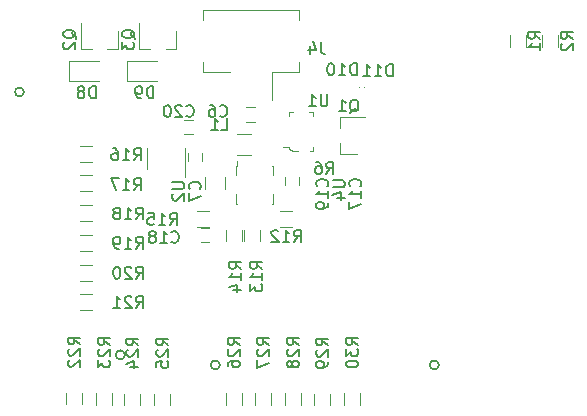
<source format=gbr>
G04 #@! TF.GenerationSoftware,KiCad,Pcbnew,(5.1.2)-1*
G04 #@! TF.CreationDate,2020-12-24T11:55:47-05:00*
G04 #@! TF.ProjectId,Glove PCB,476c6f76-6520-4504-9342-2e6b69636164,rev?*
G04 #@! TF.SameCoordinates,PX1312d00PYb80f240*
G04 #@! TF.FileFunction,Legend,Bot*
G04 #@! TF.FilePolarity,Positive*
%FSLAX46Y46*%
G04 Gerber Fmt 4.6, Leading zero omitted, Abs format (unit mm)*
G04 Created by KiCad (PCBNEW (5.1.2)-1) date 2020-12-24 11:55:47*
%MOMM*%
%LPD*%
G04 APERTURE LIST*
%ADD10C,0.120000*%
%ADD11C,0.152400*%
%ADD12C,0.100000*%
%ADD13C,0.150000*%
G04 APERTURE END LIST*
D10*
X12659000Y26239500D02*
X12659000Y23789500D01*
X9439000Y24439500D02*
X9439000Y26239500D01*
X22319500Y23041500D02*
X22319500Y23741500D01*
X21119500Y23741500D02*
X21119500Y23041500D01*
D11*
X7559000Y8686500D02*
G75*
G03X7559000Y8686500I-381000J0D01*
G01*
D10*
X7744000Y31876000D02*
X10294000Y31876000D01*
X7744000Y33576000D02*
X10294000Y33576000D01*
X7744000Y31876000D02*
X7744000Y33576000D01*
X16944500Y23888500D02*
X16944500Y24688500D01*
X16944500Y24688500D02*
X17044500Y24688500D01*
X16944500Y22288500D02*
X16944500Y21488500D01*
X16944500Y21488500D02*
X17044500Y21488500D01*
X20044500Y24688500D02*
X20144500Y24688500D01*
X20144500Y24688500D02*
X20144500Y23888500D01*
X20144500Y22288500D02*
X20144500Y21488500D01*
X20144500Y21488500D02*
X20044500Y21488500D01*
X17044500Y24688500D02*
X17044500Y25088500D01*
X26119500Y5456000D02*
X26119500Y4456000D01*
X27479500Y4456000D02*
X27479500Y5456000D01*
X23579500Y5413000D02*
X23579500Y4413000D01*
X24939500Y4413000D02*
X24939500Y5413000D01*
X21103000Y5456000D02*
X21103000Y4456000D01*
X22463000Y4456000D02*
X22463000Y5456000D01*
X18563000Y5456000D02*
X18563000Y4456000D01*
X19923000Y4456000D02*
X19923000Y5456000D01*
X16086500Y5456000D02*
X16086500Y4456000D01*
X17446500Y4456000D02*
X17446500Y5456000D01*
X10054000Y5413000D02*
X10054000Y4413000D01*
X11414000Y4413000D02*
X11414000Y5413000D01*
X7514000Y5413000D02*
X7514000Y4413000D01*
X8874000Y4413000D02*
X8874000Y5413000D01*
X5101000Y5456000D02*
X5101000Y4456000D01*
X6461000Y4456000D02*
X6461000Y5456000D01*
X2561000Y5497000D02*
X2561000Y4497000D01*
X3921000Y4497000D02*
X3921000Y5497000D01*
X4800000Y13848000D02*
X3800000Y13848000D01*
X3800000Y12488000D02*
X4800000Y12488000D01*
X4800000Y16324500D02*
X3800000Y16324500D01*
X3800000Y14964500D02*
X4800000Y14964500D01*
X4800000Y18864500D02*
X3800000Y18864500D01*
X3800000Y17504500D02*
X4800000Y17504500D01*
X4800000Y21341000D02*
X3800000Y21341000D01*
X3800000Y19981000D02*
X4800000Y19981000D01*
X4757000Y23881000D02*
X3757000Y23881000D01*
X3757000Y22521000D02*
X4757000Y22521000D01*
X4800000Y26357500D02*
X3800000Y26357500D01*
X3800000Y24997500D02*
X4800000Y24997500D01*
X13706000Y19536500D02*
X14706000Y19536500D01*
X14706000Y20896500D02*
X13706000Y20896500D01*
X17510000Y18299000D02*
X17510000Y19299000D01*
X16150000Y19299000D02*
X16150000Y18299000D01*
X17610500Y19299000D02*
X17610500Y18299000D01*
X18970500Y18299000D02*
X18970500Y19299000D01*
X21732000Y20833000D02*
X20732000Y20833000D01*
X20732000Y19473000D02*
X21732000Y19473000D01*
X42883500Y35762500D02*
X42883500Y34762500D01*
X44243500Y34762500D02*
X44243500Y35762500D01*
X40153000Y35776000D02*
X40153000Y34776000D01*
X41513000Y34776000D02*
X41513000Y35776000D01*
X17039000Y25623000D02*
X18239000Y25623000D01*
X18239000Y27383000D02*
X17039000Y27383000D01*
X12606500Y27363500D02*
X13306500Y27363500D01*
X13306500Y28563500D02*
X12606500Y28563500D01*
X16029000Y23721000D02*
X16029000Y22721000D01*
X14329000Y22721000D02*
X14329000Y23721000D01*
X14006000Y18219500D02*
X14706000Y18219500D01*
X14706000Y19419500D02*
X14006000Y19419500D01*
D11*
X34138500Y7834000D02*
G75*
G03X34138500Y7834000I-381000J0D01*
G01*
X-986500Y30948000D02*
G75*
G03X-986500Y30948000I-381000J0D01*
G01*
X15596500Y7834000D02*
G75*
G03X15596500Y7834000I-381000J0D01*
G01*
D10*
X18550000Y29646000D02*
X17850000Y29646000D01*
X17850000Y28446000D02*
X18550000Y28446000D01*
X12928000Y25773500D02*
X12928000Y25073500D01*
X14128000Y25073500D02*
X14128000Y25773500D01*
X14165000Y37860000D02*
X14165000Y37010000D01*
X22335000Y37860000D02*
X14165000Y37860000D01*
X22335000Y37010000D02*
X22335000Y37860000D01*
X14165000Y32640000D02*
X16490000Y32640000D01*
X14165000Y33490000D02*
X14165000Y32640000D01*
X20010000Y32640000D02*
X20010000Y30250000D01*
X22335000Y32640000D02*
X20010000Y32640000D01*
X22335000Y33490000D02*
X22335000Y32640000D01*
X25740000Y25670000D02*
X25740000Y26600000D01*
X25740000Y28830000D02*
X25740000Y27900000D01*
X25740000Y28830000D02*
X27900000Y28830000D01*
X25740000Y25670000D02*
X27200000Y25670000D01*
X6980000Y34617000D02*
X6050000Y34617000D01*
X3820000Y34617000D02*
X4750000Y34617000D01*
X3820000Y34617000D02*
X3820000Y36777000D01*
X6980000Y34617000D02*
X6980000Y36077000D01*
X11933000Y34617000D02*
X11003000Y34617000D01*
X8773000Y34617000D02*
X9703000Y34617000D01*
X8773000Y34617000D02*
X8773000Y36777000D01*
X11933000Y34617000D02*
X11933000Y36077000D01*
D12*
X21823000Y25930000D02*
X22198000Y25930000D01*
X21498000Y26255000D02*
X20973000Y26255000D01*
X21498000Y26155000D02*
X21498000Y26255000D01*
X21823000Y25930000D02*
X21498000Y26155000D01*
X23498000Y29230000D02*
X23173000Y29230000D01*
X23498000Y28930000D02*
X23498000Y29230000D01*
X21498000Y29230000D02*
X21798000Y29230000D01*
X21498000Y28905000D02*
X21498000Y29230000D01*
X23498000Y25930000D02*
X23198000Y25930000D01*
X23498000Y26255000D02*
X23498000Y25930000D01*
D10*
X2850000Y31876000D02*
X5400000Y31876000D01*
X2850000Y33576000D02*
X5400000Y33576000D01*
X2850000Y31876000D02*
X2850000Y33576000D01*
D12*
X27834500Y31329000D02*
G75*
G03X27834500Y31329000I-50000J0D01*
G01*
X27466501Y31329000D02*
G75*
G03X27466501Y31329000I-50000J0D01*
G01*
D13*
X11583380Y23327905D02*
X12392904Y23327905D01*
X12488142Y23280286D01*
X12535761Y23232667D01*
X12583380Y23137429D01*
X12583380Y22946953D01*
X12535761Y22851715D01*
X12488142Y22804096D01*
X12392904Y22756477D01*
X11583380Y22756477D01*
X11678619Y22327905D02*
X11631000Y22280286D01*
X11583380Y22185048D01*
X11583380Y21946953D01*
X11631000Y21851715D01*
X11678619Y21804096D01*
X11773857Y21756477D01*
X11869095Y21756477D01*
X12011952Y21804096D01*
X12583380Y22375524D01*
X12583380Y21756477D01*
X27474142Y22954858D02*
X27521761Y23002477D01*
X27569380Y23145334D01*
X27569380Y23240572D01*
X27521761Y23383429D01*
X27426523Y23478667D01*
X27331285Y23526286D01*
X27140809Y23573905D01*
X26997952Y23573905D01*
X26807476Y23526286D01*
X26712238Y23478667D01*
X26617000Y23383429D01*
X26569380Y23240572D01*
X26569380Y23145334D01*
X26617000Y23002477D01*
X26664619Y22954858D01*
X27569380Y22002477D02*
X27569380Y22573905D01*
X27569380Y22288191D02*
X26569380Y22288191D01*
X26712238Y22383429D01*
X26807476Y22478667D01*
X26855095Y22573905D01*
X26569380Y21669143D02*
X26569380Y21002477D01*
X27569380Y21431048D01*
X9982095Y30423620D02*
X9982095Y31423620D01*
X9744000Y31423620D01*
X9601142Y31376000D01*
X9505904Y31280762D01*
X9458285Y31185524D01*
X9410666Y30995048D01*
X9410666Y30852191D01*
X9458285Y30661715D01*
X9505904Y30566477D01*
X9601142Y30471239D01*
X9744000Y30423620D01*
X9982095Y30423620D01*
X8934476Y30423620D02*
X8744000Y30423620D01*
X8648761Y30471239D01*
X8601142Y30518858D01*
X8505904Y30661715D01*
X8458285Y30852191D01*
X8458285Y31233143D01*
X8505904Y31328381D01*
X8553523Y31376000D01*
X8648761Y31423620D01*
X8839238Y31423620D01*
X8934476Y31376000D01*
X8982095Y31328381D01*
X9029714Y31233143D01*
X9029714Y30995048D01*
X8982095Y30899810D01*
X8934476Y30852191D01*
X8839238Y30804572D01*
X8648761Y30804572D01*
X8553523Y30852191D01*
X8505904Y30899810D01*
X8458285Y30995048D01*
X25172380Y23454905D02*
X25981904Y23454905D01*
X26077142Y23407286D01*
X26124761Y23359667D01*
X26172380Y23264429D01*
X26172380Y23073953D01*
X26124761Y22978715D01*
X26077142Y22931096D01*
X25981904Y22883477D01*
X25172380Y22883477D01*
X25505714Y21978715D02*
X26172380Y21978715D01*
X25124761Y22216810D02*
X25839047Y22454905D01*
X25839047Y21835858D01*
X27304880Y9535858D02*
X26828690Y9869191D01*
X27304880Y10107286D02*
X26304880Y10107286D01*
X26304880Y9726334D01*
X26352500Y9631096D01*
X26400119Y9583477D01*
X26495357Y9535858D01*
X26638214Y9535858D01*
X26733452Y9583477D01*
X26781071Y9631096D01*
X26828690Y9726334D01*
X26828690Y10107286D01*
X26304880Y9202524D02*
X26304880Y8583477D01*
X26685833Y8916810D01*
X26685833Y8773953D01*
X26733452Y8678715D01*
X26781071Y8631096D01*
X26876309Y8583477D01*
X27114404Y8583477D01*
X27209642Y8631096D01*
X27257261Y8678715D01*
X27304880Y8773953D01*
X27304880Y9059667D01*
X27257261Y9154905D01*
X27209642Y9202524D01*
X26304880Y7964429D02*
X26304880Y7869191D01*
X26352500Y7773953D01*
X26400119Y7726334D01*
X26495357Y7678715D01*
X26685833Y7631096D01*
X26923928Y7631096D01*
X27114404Y7678715D01*
X27209642Y7726334D01*
X27257261Y7773953D01*
X27304880Y7869191D01*
X27304880Y7964429D01*
X27257261Y8059667D01*
X27209642Y8107286D01*
X27114404Y8154905D01*
X26923928Y8202524D01*
X26685833Y8202524D01*
X26495357Y8154905D01*
X26400119Y8107286D01*
X26352500Y8059667D01*
X26304880Y7964429D01*
X24764880Y9492858D02*
X24288690Y9826191D01*
X24764880Y10064286D02*
X23764880Y10064286D01*
X23764880Y9683334D01*
X23812500Y9588096D01*
X23860119Y9540477D01*
X23955357Y9492858D01*
X24098214Y9492858D01*
X24193452Y9540477D01*
X24241071Y9588096D01*
X24288690Y9683334D01*
X24288690Y10064286D01*
X23860119Y9111905D02*
X23812500Y9064286D01*
X23764880Y8969048D01*
X23764880Y8730953D01*
X23812500Y8635715D01*
X23860119Y8588096D01*
X23955357Y8540477D01*
X24050595Y8540477D01*
X24193452Y8588096D01*
X24764880Y9159524D01*
X24764880Y8540477D01*
X24764880Y8064286D02*
X24764880Y7873810D01*
X24717261Y7778572D01*
X24669642Y7730953D01*
X24526785Y7635715D01*
X24336309Y7588096D01*
X23955357Y7588096D01*
X23860119Y7635715D01*
X23812500Y7683334D01*
X23764880Y7778572D01*
X23764880Y7969048D01*
X23812500Y8064286D01*
X23860119Y8111905D01*
X23955357Y8159524D01*
X24193452Y8159524D01*
X24288690Y8111905D01*
X24336309Y8064286D01*
X24383928Y7969048D01*
X24383928Y7778572D01*
X24336309Y7683334D01*
X24288690Y7635715D01*
X24193452Y7588096D01*
X22288380Y9535858D02*
X21812190Y9869191D01*
X22288380Y10107286D02*
X21288380Y10107286D01*
X21288380Y9726334D01*
X21336000Y9631096D01*
X21383619Y9583477D01*
X21478857Y9535858D01*
X21621714Y9535858D01*
X21716952Y9583477D01*
X21764571Y9631096D01*
X21812190Y9726334D01*
X21812190Y10107286D01*
X21383619Y9154905D02*
X21336000Y9107286D01*
X21288380Y9012048D01*
X21288380Y8773953D01*
X21336000Y8678715D01*
X21383619Y8631096D01*
X21478857Y8583477D01*
X21574095Y8583477D01*
X21716952Y8631096D01*
X22288380Y9202524D01*
X22288380Y8583477D01*
X21716952Y8012048D02*
X21669333Y8107286D01*
X21621714Y8154905D01*
X21526476Y8202524D01*
X21478857Y8202524D01*
X21383619Y8154905D01*
X21336000Y8107286D01*
X21288380Y8012048D01*
X21288380Y7821572D01*
X21336000Y7726334D01*
X21383619Y7678715D01*
X21478857Y7631096D01*
X21526476Y7631096D01*
X21621714Y7678715D01*
X21669333Y7726334D01*
X21716952Y7821572D01*
X21716952Y8012048D01*
X21764571Y8107286D01*
X21812190Y8154905D01*
X21907428Y8202524D01*
X22097904Y8202524D01*
X22193142Y8154905D01*
X22240761Y8107286D01*
X22288380Y8012048D01*
X22288380Y7821572D01*
X22240761Y7726334D01*
X22193142Y7678715D01*
X22097904Y7631096D01*
X21907428Y7631096D01*
X21812190Y7678715D01*
X21764571Y7726334D01*
X21716952Y7821572D01*
X19748380Y9535858D02*
X19272190Y9869191D01*
X19748380Y10107286D02*
X18748380Y10107286D01*
X18748380Y9726334D01*
X18796000Y9631096D01*
X18843619Y9583477D01*
X18938857Y9535858D01*
X19081714Y9535858D01*
X19176952Y9583477D01*
X19224571Y9631096D01*
X19272190Y9726334D01*
X19272190Y10107286D01*
X18843619Y9154905D02*
X18796000Y9107286D01*
X18748380Y9012048D01*
X18748380Y8773953D01*
X18796000Y8678715D01*
X18843619Y8631096D01*
X18938857Y8583477D01*
X19034095Y8583477D01*
X19176952Y8631096D01*
X19748380Y9202524D01*
X19748380Y8583477D01*
X18748380Y8250143D02*
X18748380Y7583477D01*
X19748380Y8012048D01*
X17271880Y9535858D02*
X16795690Y9869191D01*
X17271880Y10107286D02*
X16271880Y10107286D01*
X16271880Y9726334D01*
X16319500Y9631096D01*
X16367119Y9583477D01*
X16462357Y9535858D01*
X16605214Y9535858D01*
X16700452Y9583477D01*
X16748071Y9631096D01*
X16795690Y9726334D01*
X16795690Y10107286D01*
X16367119Y9154905D02*
X16319500Y9107286D01*
X16271880Y9012048D01*
X16271880Y8773953D01*
X16319500Y8678715D01*
X16367119Y8631096D01*
X16462357Y8583477D01*
X16557595Y8583477D01*
X16700452Y8631096D01*
X17271880Y9202524D01*
X17271880Y8583477D01*
X16271880Y7726334D02*
X16271880Y7916810D01*
X16319500Y8012048D01*
X16367119Y8059667D01*
X16509976Y8154905D01*
X16700452Y8202524D01*
X17081404Y8202524D01*
X17176642Y8154905D01*
X17224261Y8107286D01*
X17271880Y8012048D01*
X17271880Y7821572D01*
X17224261Y7726334D01*
X17176642Y7678715D01*
X17081404Y7631096D01*
X16843309Y7631096D01*
X16748071Y7678715D01*
X16700452Y7726334D01*
X16652833Y7821572D01*
X16652833Y8012048D01*
X16700452Y8107286D01*
X16748071Y8154905D01*
X16843309Y8202524D01*
X11239380Y9492858D02*
X10763190Y9826191D01*
X11239380Y10064286D02*
X10239380Y10064286D01*
X10239380Y9683334D01*
X10287000Y9588096D01*
X10334619Y9540477D01*
X10429857Y9492858D01*
X10572714Y9492858D01*
X10667952Y9540477D01*
X10715571Y9588096D01*
X10763190Y9683334D01*
X10763190Y10064286D01*
X10334619Y9111905D02*
X10287000Y9064286D01*
X10239380Y8969048D01*
X10239380Y8730953D01*
X10287000Y8635715D01*
X10334619Y8588096D01*
X10429857Y8540477D01*
X10525095Y8540477D01*
X10667952Y8588096D01*
X11239380Y9159524D01*
X11239380Y8540477D01*
X10239380Y7635715D02*
X10239380Y8111905D01*
X10715571Y8159524D01*
X10667952Y8111905D01*
X10620333Y8016667D01*
X10620333Y7778572D01*
X10667952Y7683334D01*
X10715571Y7635715D01*
X10810809Y7588096D01*
X11048904Y7588096D01*
X11144142Y7635715D01*
X11191761Y7683334D01*
X11239380Y7778572D01*
X11239380Y8016667D01*
X11191761Y8111905D01*
X11144142Y8159524D01*
X8699380Y9492858D02*
X8223190Y9826191D01*
X8699380Y10064286D02*
X7699380Y10064286D01*
X7699380Y9683334D01*
X7747000Y9588096D01*
X7794619Y9540477D01*
X7889857Y9492858D01*
X8032714Y9492858D01*
X8127952Y9540477D01*
X8175571Y9588096D01*
X8223190Y9683334D01*
X8223190Y10064286D01*
X7794619Y9111905D02*
X7747000Y9064286D01*
X7699380Y8969048D01*
X7699380Y8730953D01*
X7747000Y8635715D01*
X7794619Y8588096D01*
X7889857Y8540477D01*
X7985095Y8540477D01*
X8127952Y8588096D01*
X8699380Y9159524D01*
X8699380Y8540477D01*
X8032714Y7683334D02*
X8699380Y7683334D01*
X7651761Y7921429D02*
X8366047Y8159524D01*
X8366047Y7540477D01*
X6286380Y9535858D02*
X5810190Y9869191D01*
X6286380Y10107286D02*
X5286380Y10107286D01*
X5286380Y9726334D01*
X5334000Y9631096D01*
X5381619Y9583477D01*
X5476857Y9535858D01*
X5619714Y9535858D01*
X5714952Y9583477D01*
X5762571Y9631096D01*
X5810190Y9726334D01*
X5810190Y10107286D01*
X5381619Y9154905D02*
X5334000Y9107286D01*
X5286380Y9012048D01*
X5286380Y8773953D01*
X5334000Y8678715D01*
X5381619Y8631096D01*
X5476857Y8583477D01*
X5572095Y8583477D01*
X5714952Y8631096D01*
X6286380Y9202524D01*
X6286380Y8583477D01*
X5286380Y8250143D02*
X5286380Y7631096D01*
X5667333Y7964429D01*
X5667333Y7821572D01*
X5714952Y7726334D01*
X5762571Y7678715D01*
X5857809Y7631096D01*
X6095904Y7631096D01*
X6191142Y7678715D01*
X6238761Y7726334D01*
X6286380Y7821572D01*
X6286380Y8107286D01*
X6238761Y8202524D01*
X6191142Y8250143D01*
X3746380Y9576858D02*
X3270190Y9910191D01*
X3746380Y10148286D02*
X2746380Y10148286D01*
X2746380Y9767334D01*
X2794000Y9672096D01*
X2841619Y9624477D01*
X2936857Y9576858D01*
X3079714Y9576858D01*
X3174952Y9624477D01*
X3222571Y9672096D01*
X3270190Y9767334D01*
X3270190Y10148286D01*
X2841619Y9195905D02*
X2794000Y9148286D01*
X2746380Y9053048D01*
X2746380Y8814953D01*
X2794000Y8719715D01*
X2841619Y8672096D01*
X2936857Y8624477D01*
X3032095Y8624477D01*
X3174952Y8672096D01*
X3746380Y9243524D01*
X3746380Y8624477D01*
X2841619Y8243524D02*
X2794000Y8195905D01*
X2746380Y8100667D01*
X2746380Y7862572D01*
X2794000Y7767334D01*
X2841619Y7719715D01*
X2936857Y7672096D01*
X3032095Y7672096D01*
X3174952Y7719715D01*
X3746380Y8291143D01*
X3746380Y7672096D01*
X8498857Y12662620D02*
X8832190Y13138810D01*
X9070285Y12662620D02*
X9070285Y13662620D01*
X8689333Y13662620D01*
X8594095Y13615000D01*
X8546476Y13567381D01*
X8498857Y13472143D01*
X8498857Y13329286D01*
X8546476Y13234048D01*
X8594095Y13186429D01*
X8689333Y13138810D01*
X9070285Y13138810D01*
X8117904Y13567381D02*
X8070285Y13615000D01*
X7975047Y13662620D01*
X7736952Y13662620D01*
X7641714Y13615000D01*
X7594095Y13567381D01*
X7546476Y13472143D01*
X7546476Y13376905D01*
X7594095Y13234048D01*
X8165523Y12662620D01*
X7546476Y12662620D01*
X6594095Y12662620D02*
X7165523Y12662620D01*
X6879809Y12662620D02*
X6879809Y13662620D01*
X6975047Y13519762D01*
X7070285Y13424524D01*
X7165523Y13376905D01*
X8498857Y15139120D02*
X8832190Y15615310D01*
X9070285Y15139120D02*
X9070285Y16139120D01*
X8689333Y16139120D01*
X8594095Y16091500D01*
X8546476Y16043881D01*
X8498857Y15948643D01*
X8498857Y15805786D01*
X8546476Y15710548D01*
X8594095Y15662929D01*
X8689333Y15615310D01*
X9070285Y15615310D01*
X8117904Y16043881D02*
X8070285Y16091500D01*
X7975047Y16139120D01*
X7736952Y16139120D01*
X7641714Y16091500D01*
X7594095Y16043881D01*
X7546476Y15948643D01*
X7546476Y15853405D01*
X7594095Y15710548D01*
X8165523Y15139120D01*
X7546476Y15139120D01*
X6927428Y16139120D02*
X6832190Y16139120D01*
X6736952Y16091500D01*
X6689333Y16043881D01*
X6641714Y15948643D01*
X6594095Y15758167D01*
X6594095Y15520072D01*
X6641714Y15329596D01*
X6689333Y15234358D01*
X6736952Y15186739D01*
X6832190Y15139120D01*
X6927428Y15139120D01*
X7022666Y15186739D01*
X7070285Y15234358D01*
X7117904Y15329596D01*
X7165523Y15520072D01*
X7165523Y15758167D01*
X7117904Y15948643D01*
X7070285Y16043881D01*
X7022666Y16091500D01*
X6927428Y16139120D01*
X8498857Y17679120D02*
X8832190Y18155310D01*
X9070285Y17679120D02*
X9070285Y18679120D01*
X8689333Y18679120D01*
X8594095Y18631500D01*
X8546476Y18583881D01*
X8498857Y18488643D01*
X8498857Y18345786D01*
X8546476Y18250548D01*
X8594095Y18202929D01*
X8689333Y18155310D01*
X9070285Y18155310D01*
X7546476Y17679120D02*
X8117904Y17679120D01*
X7832190Y17679120D02*
X7832190Y18679120D01*
X7927428Y18536262D01*
X8022666Y18441024D01*
X8117904Y18393405D01*
X7070285Y17679120D02*
X6879809Y17679120D01*
X6784571Y17726739D01*
X6736952Y17774358D01*
X6641714Y17917215D01*
X6594095Y18107691D01*
X6594095Y18488643D01*
X6641714Y18583881D01*
X6689333Y18631500D01*
X6784571Y18679120D01*
X6975047Y18679120D01*
X7070285Y18631500D01*
X7117904Y18583881D01*
X7165523Y18488643D01*
X7165523Y18250548D01*
X7117904Y18155310D01*
X7070285Y18107691D01*
X6975047Y18060072D01*
X6784571Y18060072D01*
X6689333Y18107691D01*
X6641714Y18155310D01*
X6594095Y18250548D01*
X8498857Y20155620D02*
X8832190Y20631810D01*
X9070285Y20155620D02*
X9070285Y21155620D01*
X8689333Y21155620D01*
X8594095Y21108000D01*
X8546476Y21060381D01*
X8498857Y20965143D01*
X8498857Y20822286D01*
X8546476Y20727048D01*
X8594095Y20679429D01*
X8689333Y20631810D01*
X9070285Y20631810D01*
X7546476Y20155620D02*
X8117904Y20155620D01*
X7832190Y20155620D02*
X7832190Y21155620D01*
X7927428Y21012762D01*
X8022666Y20917524D01*
X8117904Y20869905D01*
X6975047Y20727048D02*
X7070285Y20774667D01*
X7117904Y20822286D01*
X7165523Y20917524D01*
X7165523Y20965143D01*
X7117904Y21060381D01*
X7070285Y21108000D01*
X6975047Y21155620D01*
X6784571Y21155620D01*
X6689333Y21108000D01*
X6641714Y21060381D01*
X6594095Y20965143D01*
X6594095Y20917524D01*
X6641714Y20822286D01*
X6689333Y20774667D01*
X6784571Y20727048D01*
X6975047Y20727048D01*
X7070285Y20679429D01*
X7117904Y20631810D01*
X7165523Y20536572D01*
X7165523Y20346096D01*
X7117904Y20250858D01*
X7070285Y20203239D01*
X6975047Y20155620D01*
X6784571Y20155620D01*
X6689333Y20203239D01*
X6641714Y20250858D01*
X6594095Y20346096D01*
X6594095Y20536572D01*
X6641714Y20631810D01*
X6689333Y20679429D01*
X6784571Y20727048D01*
X8328857Y22621620D02*
X8662190Y23097810D01*
X8900285Y22621620D02*
X8900285Y23621620D01*
X8519333Y23621620D01*
X8424095Y23574000D01*
X8376476Y23526381D01*
X8328857Y23431143D01*
X8328857Y23288286D01*
X8376476Y23193048D01*
X8424095Y23145429D01*
X8519333Y23097810D01*
X8900285Y23097810D01*
X7376476Y22621620D02*
X7947904Y22621620D01*
X7662190Y22621620D02*
X7662190Y23621620D01*
X7757428Y23478762D01*
X7852666Y23383524D01*
X7947904Y23335905D01*
X7043142Y23621620D02*
X6376476Y23621620D01*
X6805047Y22621620D01*
X8328857Y25161620D02*
X8662190Y25637810D01*
X8900285Y25161620D02*
X8900285Y26161620D01*
X8519333Y26161620D01*
X8424095Y26114000D01*
X8376476Y26066381D01*
X8328857Y25971143D01*
X8328857Y25828286D01*
X8376476Y25733048D01*
X8424095Y25685429D01*
X8519333Y25637810D01*
X8900285Y25637810D01*
X7376476Y25161620D02*
X7947904Y25161620D01*
X7662190Y25161620D02*
X7662190Y26161620D01*
X7757428Y26018762D01*
X7852666Y25923524D01*
X7947904Y25875905D01*
X6519333Y26161620D02*
X6709809Y26161620D01*
X6805047Y26114000D01*
X6852666Y26066381D01*
X6947904Y25923524D01*
X6995523Y25733048D01*
X6995523Y25352096D01*
X6947904Y25256858D01*
X6900285Y25209239D01*
X6805047Y25161620D01*
X6614571Y25161620D01*
X6519333Y25209239D01*
X6471714Y25256858D01*
X6424095Y25352096D01*
X6424095Y25590191D01*
X6471714Y25685429D01*
X6519333Y25733048D01*
X6614571Y25780667D01*
X6805047Y25780667D01*
X6900285Y25733048D01*
X6947904Y25685429D01*
X6995523Y25590191D01*
X11376857Y19700620D02*
X11710190Y20176810D01*
X11948285Y19700620D02*
X11948285Y20700620D01*
X11567333Y20700620D01*
X11472095Y20653000D01*
X11424476Y20605381D01*
X11376857Y20510143D01*
X11376857Y20367286D01*
X11424476Y20272048D01*
X11472095Y20224429D01*
X11567333Y20176810D01*
X11948285Y20176810D01*
X10424476Y19700620D02*
X10995904Y19700620D01*
X10710190Y19700620D02*
X10710190Y20700620D01*
X10805428Y20557762D01*
X10900666Y20462524D01*
X10995904Y20414905D01*
X9519714Y20700620D02*
X9995904Y20700620D01*
X10043523Y20224429D01*
X9995904Y20272048D01*
X9900666Y20319667D01*
X9662571Y20319667D01*
X9567333Y20272048D01*
X9519714Y20224429D01*
X9472095Y20129191D01*
X9472095Y19891096D01*
X9519714Y19795858D01*
X9567333Y19748239D01*
X9662571Y19700620D01*
X9900666Y19700620D01*
X9995904Y19748239D01*
X10043523Y19795858D01*
X17409380Y15969858D02*
X16933190Y16303191D01*
X17409380Y16541286D02*
X16409380Y16541286D01*
X16409380Y16160334D01*
X16457000Y16065096D01*
X16504619Y16017477D01*
X16599857Y15969858D01*
X16742714Y15969858D01*
X16837952Y16017477D01*
X16885571Y16065096D01*
X16933190Y16160334D01*
X16933190Y16541286D01*
X17409380Y15017477D02*
X17409380Y15588905D01*
X17409380Y15303191D02*
X16409380Y15303191D01*
X16552238Y15398429D01*
X16647476Y15493667D01*
X16695095Y15588905D01*
X16742714Y14160334D02*
X17409380Y14160334D01*
X16361761Y14398429D02*
X17076047Y14636524D01*
X17076047Y14017477D01*
X19187380Y15969858D02*
X18711190Y16303191D01*
X19187380Y16541286D02*
X18187380Y16541286D01*
X18187380Y16160334D01*
X18235000Y16065096D01*
X18282619Y16017477D01*
X18377857Y15969858D01*
X18520714Y15969858D01*
X18615952Y16017477D01*
X18663571Y16065096D01*
X18711190Y16160334D01*
X18711190Y16541286D01*
X19187380Y15017477D02*
X19187380Y15588905D01*
X19187380Y15303191D02*
X18187380Y15303191D01*
X18330238Y15398429D01*
X18425476Y15493667D01*
X18473095Y15588905D01*
X18187380Y14684143D02*
X18187380Y14065096D01*
X18568333Y14398429D01*
X18568333Y14255572D01*
X18615952Y14160334D01*
X18663571Y14112715D01*
X18758809Y14065096D01*
X18996904Y14065096D01*
X19092142Y14112715D01*
X19139761Y14160334D01*
X19187380Y14255572D01*
X19187380Y14541286D01*
X19139761Y14636524D01*
X19092142Y14684143D01*
X21874857Y18250620D02*
X22208190Y18726810D01*
X22446285Y18250620D02*
X22446285Y19250620D01*
X22065333Y19250620D01*
X21970095Y19203000D01*
X21922476Y19155381D01*
X21874857Y19060143D01*
X21874857Y18917286D01*
X21922476Y18822048D01*
X21970095Y18774429D01*
X22065333Y18726810D01*
X22446285Y18726810D01*
X20922476Y18250620D02*
X21493904Y18250620D01*
X21208190Y18250620D02*
X21208190Y19250620D01*
X21303428Y19107762D01*
X21398666Y19012524D01*
X21493904Y18964905D01*
X20541523Y19155381D02*
X20493904Y19203000D01*
X20398666Y19250620D01*
X20160571Y19250620D01*
X20065333Y19203000D01*
X20017714Y19155381D01*
X19970095Y19060143D01*
X19970095Y18964905D01*
X20017714Y18822048D01*
X20589142Y18250620D01*
X19970095Y18250620D01*
X45465880Y35429167D02*
X44989690Y35762500D01*
X45465880Y36000596D02*
X44465880Y36000596D01*
X44465880Y35619643D01*
X44513500Y35524405D01*
X44561119Y35476786D01*
X44656357Y35429167D01*
X44799214Y35429167D01*
X44894452Y35476786D01*
X44942071Y35524405D01*
X44989690Y35619643D01*
X44989690Y36000596D01*
X44561119Y35048215D02*
X44513500Y35000596D01*
X44465880Y34905358D01*
X44465880Y34667262D01*
X44513500Y34572024D01*
X44561119Y34524405D01*
X44656357Y34476786D01*
X44751595Y34476786D01*
X44894452Y34524405D01*
X45465880Y35095834D01*
X45465880Y34476786D01*
X42735380Y35442667D02*
X42259190Y35776000D01*
X42735380Y36014096D02*
X41735380Y36014096D01*
X41735380Y35633143D01*
X41783000Y35537905D01*
X41830619Y35490286D01*
X41925857Y35442667D01*
X42068714Y35442667D01*
X42163952Y35490286D01*
X42211571Y35537905D01*
X42259190Y35633143D01*
X42259190Y36014096D01*
X42735380Y34490286D02*
X42735380Y35061715D01*
X42735380Y34776000D02*
X41735380Y34776000D01*
X41878238Y34871239D01*
X41973476Y34966477D01*
X42021095Y35061715D01*
X15726666Y27701620D02*
X16202857Y27701620D01*
X16202857Y28701620D01*
X14869523Y27701620D02*
X15440952Y27701620D01*
X15155238Y27701620D02*
X15155238Y28701620D01*
X15250476Y28558762D01*
X15345714Y28463524D01*
X15440952Y28415905D01*
X12773857Y28939858D02*
X12821476Y28892239D01*
X12964333Y28844620D01*
X13059571Y28844620D01*
X13202428Y28892239D01*
X13297666Y28987477D01*
X13345285Y29082715D01*
X13392904Y29273191D01*
X13392904Y29416048D01*
X13345285Y29606524D01*
X13297666Y29701762D01*
X13202428Y29797000D01*
X13059571Y29844620D01*
X12964333Y29844620D01*
X12821476Y29797000D01*
X12773857Y29749381D01*
X12392904Y29749381D02*
X12345285Y29797000D01*
X12250047Y29844620D01*
X12011952Y29844620D01*
X11916714Y29797000D01*
X11869095Y29749381D01*
X11821476Y29654143D01*
X11821476Y29558905D01*
X11869095Y29416048D01*
X12440523Y28844620D01*
X11821476Y28844620D01*
X11202428Y29844620D02*
X11107190Y29844620D01*
X11011952Y29797000D01*
X10964333Y29749381D01*
X10916714Y29654143D01*
X10869095Y29463667D01*
X10869095Y29225572D01*
X10916714Y29035096D01*
X10964333Y28939858D01*
X11011952Y28892239D01*
X11107190Y28844620D01*
X11202428Y28844620D01*
X11297666Y28892239D01*
X11345285Y28939858D01*
X11392904Y29035096D01*
X11440523Y29225572D01*
X11440523Y29463667D01*
X11392904Y29654143D01*
X11345285Y29749381D01*
X11297666Y29797000D01*
X11202428Y29844620D01*
X24680142Y22954858D02*
X24727761Y23002477D01*
X24775380Y23145334D01*
X24775380Y23240572D01*
X24727761Y23383429D01*
X24632523Y23478667D01*
X24537285Y23526286D01*
X24346809Y23573905D01*
X24203952Y23573905D01*
X24013476Y23526286D01*
X23918238Y23478667D01*
X23823000Y23383429D01*
X23775380Y23240572D01*
X23775380Y23145334D01*
X23823000Y23002477D01*
X23870619Y22954858D01*
X24775380Y22002477D02*
X24775380Y22573905D01*
X24775380Y22288191D02*
X23775380Y22288191D01*
X23918238Y22383429D01*
X24013476Y22478667D01*
X24061095Y22573905D01*
X24775380Y21526286D02*
X24775380Y21335810D01*
X24727761Y21240572D01*
X24680142Y21192953D01*
X24537285Y21097715D01*
X24346809Y21050096D01*
X23965857Y21050096D01*
X23870619Y21097715D01*
X23823000Y21145334D01*
X23775380Y21240572D01*
X23775380Y21431048D01*
X23823000Y21526286D01*
X23870619Y21573905D01*
X23965857Y21621524D01*
X24203952Y21621524D01*
X24299190Y21573905D01*
X24346809Y21526286D01*
X24394428Y21431048D01*
X24394428Y21240572D01*
X24346809Y21145334D01*
X24299190Y21097715D01*
X24203952Y21050096D01*
X11503857Y18271858D02*
X11551476Y18224239D01*
X11694333Y18176620D01*
X11789571Y18176620D01*
X11932428Y18224239D01*
X12027666Y18319477D01*
X12075285Y18414715D01*
X12122904Y18605191D01*
X12122904Y18748048D01*
X12075285Y18938524D01*
X12027666Y19033762D01*
X11932428Y19129000D01*
X11789571Y19176620D01*
X11694333Y19176620D01*
X11551476Y19129000D01*
X11503857Y19081381D01*
X10551476Y18176620D02*
X11122904Y18176620D01*
X10837190Y18176620D02*
X10837190Y19176620D01*
X10932428Y19033762D01*
X11027666Y18938524D01*
X11122904Y18890905D01*
X9980047Y18748048D02*
X10075285Y18795667D01*
X10122904Y18843286D01*
X10170523Y18938524D01*
X10170523Y18986143D01*
X10122904Y19081381D01*
X10075285Y19129000D01*
X9980047Y19176620D01*
X9789571Y19176620D01*
X9694333Y19129000D01*
X9646714Y19081381D01*
X9599095Y18986143D01*
X9599095Y18938524D01*
X9646714Y18843286D01*
X9694333Y18795667D01*
X9789571Y18748048D01*
X9980047Y18748048D01*
X10075285Y18700429D01*
X10122904Y18652810D01*
X10170523Y18557572D01*
X10170523Y18367096D01*
X10122904Y18271858D01*
X10075285Y18224239D01*
X9980047Y18176620D01*
X9789571Y18176620D01*
X9694333Y18224239D01*
X9646714Y18271858D01*
X9599095Y18367096D01*
X9599095Y18557572D01*
X9646714Y18652810D01*
X9694333Y18700429D01*
X9789571Y18748048D01*
X15599666Y28939858D02*
X15647285Y28892239D01*
X15790142Y28844620D01*
X15885380Y28844620D01*
X16028238Y28892239D01*
X16123476Y28987477D01*
X16171095Y29082715D01*
X16218714Y29273191D01*
X16218714Y29416048D01*
X16171095Y29606524D01*
X16123476Y29701762D01*
X16028238Y29797000D01*
X15885380Y29844620D01*
X15790142Y29844620D01*
X15647285Y29797000D01*
X15599666Y29749381D01*
X14742523Y29844620D02*
X14933000Y29844620D01*
X15028238Y29797000D01*
X15075857Y29749381D01*
X15171095Y29606524D01*
X15218714Y29416048D01*
X15218714Y29035096D01*
X15171095Y28939858D01*
X15123476Y28892239D01*
X15028238Y28844620D01*
X14837761Y28844620D01*
X14742523Y28892239D01*
X14694904Y28939858D01*
X14647285Y29035096D01*
X14647285Y29273191D01*
X14694904Y29368429D01*
X14742523Y29416048D01*
X14837761Y29463667D01*
X15028238Y29463667D01*
X15123476Y29416048D01*
X15171095Y29368429D01*
X15218714Y29273191D01*
X13885142Y22732667D02*
X13932761Y22780286D01*
X13980380Y22923143D01*
X13980380Y23018381D01*
X13932761Y23161239D01*
X13837523Y23256477D01*
X13742285Y23304096D01*
X13551809Y23351715D01*
X13408952Y23351715D01*
X13218476Y23304096D01*
X13123238Y23256477D01*
X13028000Y23161239D01*
X12980380Y23018381D01*
X12980380Y22923143D01*
X13028000Y22780286D01*
X13075619Y22732667D01*
X12980380Y22399334D02*
X12980380Y21732667D01*
X13980380Y22161239D01*
X24148333Y35178620D02*
X24148333Y34464334D01*
X24195952Y34321477D01*
X24291190Y34226239D01*
X24434047Y34178620D01*
X24529285Y34178620D01*
X23243571Y34845286D02*
X23243571Y34178620D01*
X23481666Y35226239D02*
X23719761Y34511953D01*
X23100714Y34511953D01*
X26595238Y29202381D02*
X26690476Y29250000D01*
X26785714Y29345239D01*
X26928571Y29488096D01*
X27023809Y29535715D01*
X27119047Y29535715D01*
X27071428Y29297620D02*
X27166666Y29345239D01*
X27261904Y29440477D01*
X27309523Y29630953D01*
X27309523Y29964286D01*
X27261904Y30154762D01*
X27166666Y30250000D01*
X27071428Y30297620D01*
X26880952Y30297620D01*
X26785714Y30250000D01*
X26690476Y30154762D01*
X26642857Y29964286D01*
X26642857Y29630953D01*
X26690476Y29440477D01*
X26785714Y29345239D01*
X26880952Y29297620D01*
X27071428Y29297620D01*
X25690476Y29297620D02*
X26261904Y29297620D01*
X25976190Y29297620D02*
X25976190Y30297620D01*
X26071428Y30154762D01*
X26166666Y30059524D01*
X26261904Y30011905D01*
X3447619Y35472239D02*
X3400000Y35567477D01*
X3304761Y35662715D01*
X3161904Y35805572D01*
X3114285Y35900810D01*
X3114285Y35996048D01*
X3352380Y35948429D02*
X3304761Y36043667D01*
X3209523Y36138905D01*
X3019047Y36186524D01*
X2685714Y36186524D01*
X2495238Y36138905D01*
X2400000Y36043667D01*
X2352380Y35948429D01*
X2352380Y35757953D01*
X2400000Y35662715D01*
X2495238Y35567477D01*
X2685714Y35519858D01*
X3019047Y35519858D01*
X3209523Y35567477D01*
X3304761Y35662715D01*
X3352380Y35757953D01*
X3352380Y35948429D01*
X2447619Y35138905D02*
X2400000Y35091286D01*
X2352380Y34996048D01*
X2352380Y34757953D01*
X2400000Y34662715D01*
X2447619Y34615096D01*
X2542857Y34567477D01*
X2638095Y34567477D01*
X2780952Y34615096D01*
X3352380Y35186524D01*
X3352380Y34567477D01*
X8400619Y35472239D02*
X8353000Y35567477D01*
X8257761Y35662715D01*
X8114904Y35805572D01*
X8067285Y35900810D01*
X8067285Y35996048D01*
X8305380Y35948429D02*
X8257761Y36043667D01*
X8162523Y36138905D01*
X7972047Y36186524D01*
X7638714Y36186524D01*
X7448238Y36138905D01*
X7353000Y36043667D01*
X7305380Y35948429D01*
X7305380Y35757953D01*
X7353000Y35662715D01*
X7448238Y35567477D01*
X7638714Y35519858D01*
X7972047Y35519858D01*
X8162523Y35567477D01*
X8257761Y35662715D01*
X8305380Y35757953D01*
X8305380Y35948429D01*
X7305380Y35186524D02*
X7305380Y34567477D01*
X7686333Y34900810D01*
X7686333Y34757953D01*
X7733952Y34662715D01*
X7781571Y34615096D01*
X7876809Y34567477D01*
X8114904Y34567477D01*
X8210142Y34615096D01*
X8257761Y34662715D01*
X8305380Y34757953D01*
X8305380Y35043667D01*
X8257761Y35138905D01*
X8210142Y35186524D01*
X24703904Y30733620D02*
X24703904Y29924096D01*
X24656285Y29828858D01*
X24608666Y29781239D01*
X24513428Y29733620D01*
X24322952Y29733620D01*
X24227714Y29781239D01*
X24180095Y29828858D01*
X24132476Y29924096D01*
X24132476Y30733620D01*
X23132476Y29733620D02*
X23703904Y29733620D01*
X23418190Y29733620D02*
X23418190Y30733620D01*
X23513428Y30590762D01*
X23608666Y30495524D01*
X23703904Y30447905D01*
X24616666Y24018620D02*
X24950000Y24494810D01*
X25188095Y24018620D02*
X25188095Y25018620D01*
X24807142Y25018620D01*
X24711904Y24971000D01*
X24664285Y24923381D01*
X24616666Y24828143D01*
X24616666Y24685286D01*
X24664285Y24590048D01*
X24711904Y24542429D01*
X24807142Y24494810D01*
X25188095Y24494810D01*
X23759523Y25018620D02*
X23950000Y25018620D01*
X24045238Y24971000D01*
X24092857Y24923381D01*
X24188095Y24780524D01*
X24235714Y24590048D01*
X24235714Y24209096D01*
X24188095Y24113858D01*
X24140476Y24066239D01*
X24045238Y24018620D01*
X23854761Y24018620D01*
X23759523Y24066239D01*
X23711904Y24113858D01*
X23664285Y24209096D01*
X23664285Y24447191D01*
X23711904Y24542429D01*
X23759523Y24590048D01*
X23854761Y24637667D01*
X24045238Y24637667D01*
X24140476Y24590048D01*
X24188095Y24542429D01*
X24235714Y24447191D01*
X5088095Y30423620D02*
X5088095Y31423620D01*
X4850000Y31423620D01*
X4707142Y31376000D01*
X4611904Y31280762D01*
X4564285Y31185524D01*
X4516666Y30995048D01*
X4516666Y30852191D01*
X4564285Y30661715D01*
X4611904Y30566477D01*
X4707142Y30471239D01*
X4850000Y30423620D01*
X5088095Y30423620D01*
X3945238Y30995048D02*
X4040476Y31042667D01*
X4088095Y31090286D01*
X4135714Y31185524D01*
X4135714Y31233143D01*
X4088095Y31328381D01*
X4040476Y31376000D01*
X3945238Y31423620D01*
X3754761Y31423620D01*
X3659523Y31376000D01*
X3611904Y31328381D01*
X3564285Y31233143D01*
X3564285Y31185524D01*
X3611904Y31090286D01*
X3659523Y31042667D01*
X3754761Y30995048D01*
X3945238Y30995048D01*
X4040476Y30947429D01*
X4088095Y30899810D01*
X4135714Y30804572D01*
X4135714Y30614096D01*
X4088095Y30518858D01*
X4040476Y30471239D01*
X3945238Y30423620D01*
X3754761Y30423620D01*
X3659523Y30471239D01*
X3611904Y30518858D01*
X3564285Y30614096D01*
X3564285Y30804572D01*
X3611904Y30899810D01*
X3659523Y30947429D01*
X3754761Y30995048D01*
X27188285Y32376620D02*
X27188285Y33376620D01*
X26950190Y33376620D01*
X26807333Y33329000D01*
X26712095Y33233762D01*
X26664476Y33138524D01*
X26616857Y32948048D01*
X26616857Y32805191D01*
X26664476Y32614715D01*
X26712095Y32519477D01*
X26807333Y32424239D01*
X26950190Y32376620D01*
X27188285Y32376620D01*
X25664476Y32376620D02*
X26235904Y32376620D01*
X25950190Y32376620D02*
X25950190Y33376620D01*
X26045428Y33233762D01*
X26140666Y33138524D01*
X26235904Y33090905D01*
X25045428Y33376620D02*
X24950190Y33376620D01*
X24854952Y33329000D01*
X24807333Y33281381D01*
X24759714Y33186143D01*
X24712095Y32995667D01*
X24712095Y32757572D01*
X24759714Y32567096D01*
X24807333Y32471858D01*
X24854952Y32424239D01*
X24950190Y32376620D01*
X25045428Y32376620D01*
X25140666Y32424239D01*
X25188285Y32471858D01*
X25235904Y32567096D01*
X25283523Y32757572D01*
X25283523Y32995667D01*
X25235904Y33186143D01*
X25188285Y33281381D01*
X25140666Y33329000D01*
X25045428Y33376620D01*
X30236285Y32273620D02*
X30236285Y33273620D01*
X29998190Y33273620D01*
X29855333Y33226000D01*
X29760095Y33130762D01*
X29712476Y33035524D01*
X29664857Y32845048D01*
X29664857Y32702191D01*
X29712476Y32511715D01*
X29760095Y32416477D01*
X29855333Y32321239D01*
X29998190Y32273620D01*
X30236285Y32273620D01*
X28712476Y32273620D02*
X29283904Y32273620D01*
X28998190Y32273620D02*
X28998190Y33273620D01*
X29093428Y33130762D01*
X29188666Y33035524D01*
X29283904Y32987905D01*
X27760095Y32273620D02*
X28331523Y32273620D01*
X28045809Y32273620D02*
X28045809Y33273620D01*
X28141047Y33130762D01*
X28236285Y33035524D01*
X28331523Y32987905D01*
M02*

</source>
